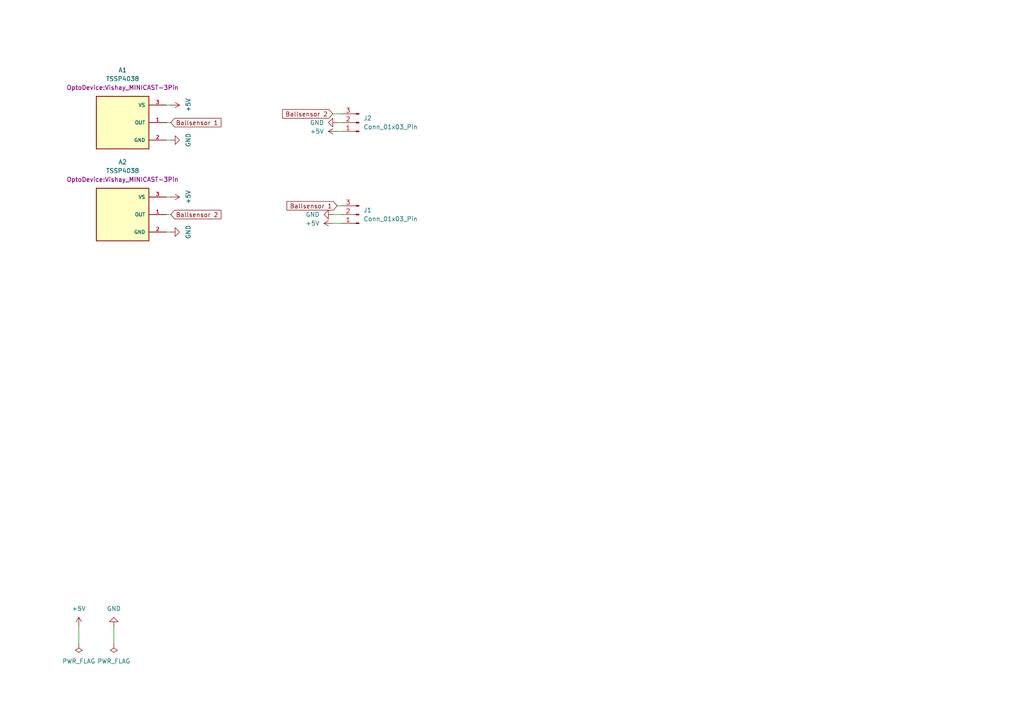
<source format=kicad_sch>
(kicad_sch (version 20231120) (generator "eeschema") (generator_version "8.0")
  (paper "A4")
  (lib_symbols
    (symbol "BALLSensor:TSSP4038" (pin_names (offset 1.016))
      (property "Reference" "A" (at -7.62 8.89 0))
      (property "Value" "TSSP4038" (at -7.62 -8.89 0))
      (property "Footprint" "OptoDevice:Vishay_MINICAST-3Pin" (at 0 0 0))
      (symbol "TSSP4038_0_0"
        (rectangle (start -7.62 -7.62) (end 7.62 7.62) (stroke (width 0.254)) (fill (type background)))
        (pin output line (at 12.7 0 180) (length 5.08) (name "OUT") (number "1"))
        (pin power_in line (at 12.7 -5.08 180) (length 5.08) (name "GND") (number "2"))
        (pin power_in line (at 12.7 5.08 180) (length 5.08) (name "VS") (number "3"))
      )
    )
    (symbol "Connector:Conn_01x03_Pin" (pin_names (offset 1.016) hide)
      (property "Reference" "J" (at 0 5.08 0))
      (property "Value" "Conn_01x03_Pin" (at 0 -5.08 0))
      (symbol "Conn_01x03_Pin_1_1"
        (polyline (pts (xy 1.27 -2.54) (xy 0.8636 -2.54)) (stroke (width 0.1524)))
        (polyline (pts (xy 1.27 0) (xy 0.8636 0)) (stroke (width 0.1524)))
        (polyline (pts (xy 1.27 2.54) (xy 0.8636 2.54)) (stroke (width 0.1524)))
        (rectangle (start 0.8636 -2.413) (end 0 -2.667) (stroke (width 0.1524)) (fill (type outline)))
        (rectangle (start 0.8636 0.127) (end 0 -0.127) (stroke (width 0.1524)) (fill (type outline)))
        (rectangle (start 0.8636 2.667) (end 0 2.413) (stroke (width 0.1524)) (fill (type outline)))
        (pin passive line (at 5.08 2.54 180) (length 3.81) (name "Pin_1") (number "1"))
        (pin passive line (at 5.08 0 180) (length 3.81) (name "Pin_2") (number "2"))
        (pin passive line (at 5.08 -2.54 180) (length 3.81) (name "Pin_3") (number "3"))
      )
    )
    (symbol "power:+5V" (power) (pin_numbers hide) (pin_names (offset 0) hide)
      (property "Value" "+5V" (at 0 3.556 0))
      (symbol "+5V_0_1"
        (polyline (pts (xy -0.762 1.27) (xy 0 2.54)))
        (polyline (pts (xy 0 0) (xy 0 2.54)))
        (polyline (pts (xy 0 2.54) (xy 0.762 1.27)))
      )
      (symbol "+5V_1_1"
        (pin power_in line (at 0 0 90) (length 0) (name "~") (number "1"))
      )
    )
    (symbol "power:GND" (power) (pin_numbers hide) (pin_names (offset 0) hide)
      (property "Value" "GND" (at 0 -3.81 0))
      (symbol "GND_0_1"
        (polyline (pts (xy 0 0) (xy 0 -1.27) (xy 1.27 -1.27) (xy 0 -2.54) (xy -1.27 -1.27) (xy 0 -1.27)))
      )
      (symbol "GND_1_1"
        (pin power_in line (at 0 0 270) (length 0) (name "~") (number "1"))
      )
    )
    (symbol "power:PWR_FLAG" (power) (pin_numbers hide) (pin_names (offset 0) hide)
      (property "Value" "PWR_FLAG" (at 0 3.81 0))
      (symbol "PWR_FLAG_0_0"
        (pin power_out line (at 0 0 90) (length 0) (name "~") (number "1"))
      )
      (symbol "PWR_FLAG_0_1"
        (polyline (pts (xy 0 0) (xy 0 1.27) (xy -1.016 1.905) (xy 0 2.54) (xy 1.016 1.905) (xy 0 1.27)))
      )
    )
  )
  (wire (pts (xy 97.79 38.1) (xy 99.06 38.1)))
  (wire (pts (xy 96.52 64.77) (xy 99.06 64.77)))
  (wire (pts (xy 49.53 40.64) (xy 48.26 40.64)))
  (wire (pts (xy 22.86 181.61) (xy 22.86 186.69)))
  (wire (pts (xy 49.53 30.48) (xy 48.26 30.48)))
  (wire (pts (xy 49.53 57.15) (xy 48.26 57.15)))
  (wire (pts (xy 97.79 35.56) (xy 99.06 35.56)))
  (wire (pts (xy 49.53 62.23) (xy 48.26 62.23)))
  (wire (pts (xy 96.52 62.23) (xy 99.06 62.23)))
  (wire (pts (xy 49.53 67.31) (xy 48.26 67.31)))
  (wire (pts (xy 33.02 181.61) (xy 33.02 186.69)))
  (wire (pts (xy 96.52 33.02) (xy 99.06 33.02)))
  (wire (pts (xy 97.79 59.69) (xy 99.06 59.69)))
  (wire (pts (xy 49.53 35.56) (xy 48.26 35.56)))
  (global_label "Ballsensor 1" (shape input) (at 49.53 35.56 0) (property "Intersheetrefs" "${INTERSHEET_REFS}" (effects (hide yes))))
  (global_label "Ballsensor 1" (shape input) (at 97.79 59.69 180) (property "Intersheetrefs" "${INTERSHEET_REFS}" (effects (hide yes))))
  (global_label "Ballsensor 2" (shape input) (at 96.52 33.02 180) (property "Intersheetrefs" "${INTERSHEET_REFS}" (effects (hide yes))))
  (global_label "Ballsensor 2" (shape input) (at 49.53 62.23 0) (property "Intersheetrefs" "${INTERSHEET_REFS}" (effects (hide yes))))
  (symbol (lib_id "power:+5V") (at 49.53 30.48 270) (unit 1)
    (property "Reference" "#PWR05" (effects (hide yes)))
    (property "Value" "+5V" (at 54.61 30.48 0))
    (property "Description" "Power symbol creates a global label with name \"+5V\"" (effects (hide yes)))
  )
  (symbol (lib_id "power:+5V") (at 97.79 38.1 90) (unit 1)
    (property "Reference" "#PWR010" (effects (hide yes)))
    (property "Value" "+5V" (at 93.98 38.0999 90) (effects (justify left)))
    (property "Description" "Power symbol creates a global label with name \"+5V\"" (effects (hide yes)))
  )
  (symbol (lib_id "power:PWR_FLAG") (at 33.02 186.69 180) (unit 1)
    (property "Reference" "#FLG02" (effects (hide yes)))
    (property "Value" "PWR_FLAG" (at 33.02 191.77 0))
    (property "Description" "Special symbol for telling ERC where power comes from" (effects (hide yes)))
  )
  (symbol (lib_id "power:+5V") (at 49.53 57.15 270) (unit 1)
    (property "Reference" "#PWR03" (effects (hide yes)))
    (property "Value" "+5V" (at 54.61 57.15 0))
    (property "Description" "Power symbol creates a global label with name \"+5V\"" (effects (hide yes)))
  )
  (symbol (lib_id "power:GND") (at 33.02 181.61 180) (unit 1)
    (property "Reference" "#PWR02" (effects (hide yes)))
    (property "Value" "GND" (at 33.02 176.53 0))
    (property "Description" "Power symbol creates a global label with name \"GND\" , ground" (effects (hide yes)))
  )
  (symbol (lib_id "Connector:Conn_01x03_Pin") (at 104.14 62.23 180) (unit 1)
    (property "Reference" "J1" (at 105.41 60.9599 0) (effects (justify right)))
    (property "Value" "Conn_01x03_Pin" (at 105.41 63.4999 0) (effects (justify right)))
    (property "Footprint" "Connector_JST:JST_XH_B3B-XH-AM_1x03_P2.50mm_Vertical" (effects (hide yes)))
    (property "Description" "Generic connector, single row, 01x03, script generated" (effects (hide yes)))
  )
  (symbol (lib_id "BALLSensor:TSSP4038") (at 35.56 35.56 0) (unit 1)
    (property "Reference" "A1" (at 35.56 20.32 0))
    (property "Value" "TSSP4038" (at 35.56 22.86 0))
    (property "Footprint" "OptoDevice:Vishay_MINICAST-3Pin" (at 35.56 25.4 0))
    (property "PARTREV" "2.3" (effects (hide yes)))
    (property "STANDARD" "IPC 7351B" (effects (hide yes)))
    (property "MAXIMUM_PACKAGE_HEIGHT" "10.25 mm" (effects (hide yes)))
    (property "MANUFACTURER" "Vishay" (effects (hide yes)))
  )
  (symbol (lib_id "power:PWR_FLAG") (at 22.86 186.69 180) (unit 1)
    (property "Reference" "#FLG01" (effects (hide yes)))
    (property "Value" "PWR_FLAG" (at 22.86 191.77 0))
    (property "Description" "Special symbol for telling ERC where power comes from" (effects (hide yes)))
  )
  (symbol (lib_id "power:+5V") (at 22.86 181.61 0) (unit 1)
    (property "Reference" "#PWR01" (effects (hide yes)))
    (property "Value" "+5V" (at 22.86 176.53 0))
    (property "Description" "Power symbol creates a global label with name \"+5V\"" (effects (hide yes)))
  )
  (symbol (lib_id "BALLSensor:TSSP4038") (at 35.56 62.23 0) (unit 1)
    (property "Reference" "A2" (at 35.56 46.99 0))
    (property "Value" "TSSP4038" (at 35.56 49.53 0))
    (property "Footprint" "OptoDevice:Vishay_MINICAST-3Pin" (at 35.56 52.07 0))
    (property "PARTREV" "2.3" (effects (hide yes)))
    (property "STANDARD" "IPC 7351B" (effects (hide yes)))
    (property "MAXIMUM_PACKAGE_HEIGHT" "10.25 mm" (effects (hide yes)))
    (property "MANUFACTURER" "Vishay" (effects (hide yes)))
  )
  (symbol (lib_id "power:+5V") (at 96.52 64.77 90) (unit 1)
    (property "Reference" "#PWR07" (effects (hide yes)))
    (property "Value" "+5V" (at 92.71 64.7699 90) (effects (justify left)))
    (property "Description" "Power symbol creates a global label with name \"+5V\"" (effects (hide yes)))
  )
  (symbol (lib_id "Connector:Conn_01x03_Pin") (at 104.14 35.56 180) (unit 1)
    (property "Reference" "J2" (at 105.41 34.2899 0) (effects (justify right)))
    (property "Value" "Conn_01x03_Pin" (at 105.41 36.8299 0) (effects (justify right)))
    (property "Footprint" "Connector_JST:JST_XH_B3B-XH-AM_1x03_P2.50mm_Vertical" (effects (hide yes)))
    (property "Description" "Generic connector, single row, 01x03, script generated" (effects (hide yes)))
  )
  (symbol (lib_id "power:GND") (at 96.52 62.23 270) (unit 1)
    (property "Reference" "#PWR08" (effects (hide yes)))
    (property "Value" "GND" (at 92.71 62.2299 90) (effects (justify right)))
    (property "Description" "Power symbol creates a global label with name \"GND\" , ground" (effects (hide yes)))
  )
  (symbol (lib_id "power:GND") (at 97.79 35.56 270) (unit 1)
    (property "Reference" "#PWR09" (effects (hide yes)))
    (property "Value" "GND" (at 93.98 35.5599 90) (effects (justify right)))
    (property "Description" "Power symbol creates a global label with name \"GND\" , ground" (effects (hide yes)))
  )
  (symbol (lib_id "power:GND") (at 49.53 40.64 90) (unit 1)
    (property "Reference" "#PWR06" (effects (hide yes)))
    (property "Value" "GND" (at 54.61 40.64 0))
    (property "Description" "Power symbol creates a global label with name \"GND\" , ground" (effects (hide yes)))
  )
  (symbol (lib_id "power:GND") (at 49.53 67.31 90) (unit 1)
    (property "Reference" "#PWR04" (effects (hide yes)))
    (property "Value" "GND" (at 54.61 67.31 0))
    (property "Description" "Power symbol creates a global label with name \"GND\" , ground" (effects (hide yes)))
  )
)
</source>
